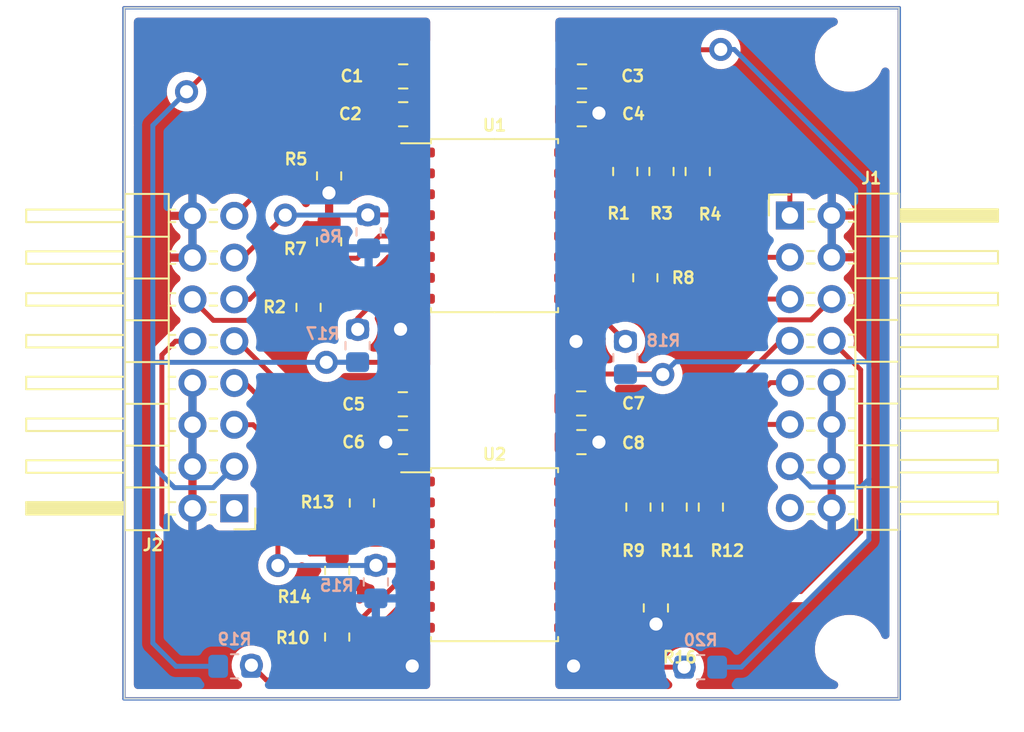
<source format=kicad_pcb>
(kicad_pcb (version 20211014) (generator pcbnew)
  (layers (0 "F.Cu" signal) (31 "B.Cu" signal) (34 "B.Paste" user) (35 "F.Paste" user) (36 "B.SilkS" user "B.Silkscreen") (37 "F.SilkS" user "F.Silkscreen") (38 "B.Mask" user) (39 "F.Mask" user) (44 "Edge.Cuts" user))
  (net 0 "")
  (net 1 "/TX1_B")
  (net 2 "/TX2_B")
  (net 3 "/TX3_B")
  (net 4 "/RX1_B")
  (net 5 "/TX4_B")
  (net 6 "/RX2_B")
  (net 7 "/TX5_B")
  (net 8 "/TX6_B")
  (net 11 "/RX6_A")
  (net 12 "/RX5_A")
  (net 13 "/RX4_A")
  (net 14 "/TX2_A")
  (net 15 "/RX3_A")
  (net 16 "/TX1_A")
  (net 17 "/RX2_A")
  (net 18 "/RX1_A")
  (net 19 "/adum241x/TX1_B'")
  (net 20 "/adum241x/TX1_A'")
  (net 21 "/adum241x/TX2_B'")
  (net 22 "/adum241x/TX3_B'")
  (net 23 "/adum241x1/TX1_B'")
  (net 24 "/adum241x1/TX1_A'")
  (net 25 "/adum241x1/TX2_B'")
  (net 26 "/adum241x1/TX3_B'")
  (net 27 "Net-(R17-Pad1)")
  (net 28 "Net-(R18-Pad2)")
  (net 29 "Net-(R19-Pad1)")
  (net 30 "Net-(R20-Pad2)")
  (net 31 "VDDA")
  (net 32 "GNDA")
  (net 33 "VDDB")
  (net 34 "GNDB")
  (footprint "Resistor_SMD:R_0805_2012Metric_Pad1.20x1.40mm_HandSolder" (layer "F.Cu") (at 125.8 53.2 90)
    (fp_text reference "R11" (at -2.65 0.15 180) (layer "F.SilkS") (effects (font (size 0.7 0.7))))
    (fp_text value "47R")
    (pad "1" smd roundrect (at -1 0 90) (size 1.2 1.4) (layers "F.Cu" "F.Paste" "F.Mask") (roundrect_rratio 0.2083333333) (net 25 "/adum241x1/TX2_B'"))
    (pad "2" smd roundrect (at 1 0 90) (size 1.2 1.4) (layers "F.Cu" "F.Paste" "F.Mask") (roundrect_rratio 0.2083333333) (net 7 "/TX5_B"))
  )
  (footprint "Resistor_SMD:R_0805_2012Metric_Pad1.20x1.40mm_HandSolder" (layer "F.Cu") (at 124.02 39.26 -90)
    (fp_text reference "R8" (at 0 -2.3 180) (layer "F.SilkS") (effects (font (size 0.7 0.7))))
    (fp_text value "100k")
    (pad "1" smd roundrect (at -1 0 270) (size 1.2 1.4) (layers "F.Cu" "F.Paste" "F.Mask") (roundrect_rratio 0.2083333333) (net 4 "/RX1_B"))
    (pad "2" smd roundrect (at 1 0 270) (size 1.2 1.4) (layers "F.Cu" "F.Paste" "F.Mask") (roundrect_rratio 0.2083333333) (net 34 "GNDB"))
  )
  (footprint "MountingHole:MountingHole_3.2mm_M3" (layer "F.Cu") (at 136.42 25.85)
    (fp_text reference "H1" hide)
    (fp_text value "MountingHole")
    (pad "" np_thru_hole circle (at 0 0) (size 3.2 3.2) (drill 3.2) (layers *.Cu *.Mask))
  )
  (footprint "Resistor_SMD:R_0805_2012Metric_Pad1.20x1.40mm_HandSolder" (layer "F.Cu") (at 103.56 41.06 -90)
    (fp_text reference "R2" (at -0.02 2.06 180) (layer "F.SilkS") (effects (font (size 0.7 0.7))))
    (fp_text value "47R")
    (pad "1" smd roundrect (at -1 0 270) (size 1.2 1.4) (layers "F.Cu" "F.Paste" "F.Mask") (roundrect_rratio 0.2083333333) (net 20 "/adum241x/TX1_A'"))
    (pad "2" smd roundrect (at 1 0 270) (size 1.2 1.4) (layers "F.Cu" "F.Paste" "F.Mask") (roundrect_rratio 0.2083333333) (net 16 "/TX1_A"))
  )
  (footprint "Resistor_SMD:R_0805_2012Metric_Pad1.20x1.40mm_HandSolder" (layer "F.Cu") (at 104.81 37.07 90)
    (fp_text reference "R7" (at -0.43 -2.06 180) (layer "F.SilkS") (effects (font (size 0.7 0.7))))
    (fp_text value "100k")
    (pad "1" smd roundrect (at -1 0 90) (size 1.2 1.4) (layers "F.Cu" "F.Paste" "F.Mask") (roundrect_rratio 0.2083333333) (net 15 "/RX3_A"))
    (pad "2" smd roundrect (at 1 0 90) (size 1.2 1.4) (layers "F.Cu" "F.Paste" "F.Mask") (roundrect_rratio 0.2083333333) (net 32 "GNDA"))
  )
  (footprint "Resistor_SMD:R_0805_2012Metric_Pad1.20x1.40mm_HandSolder" (layer "F.Cu") (at 122.8 32.8 90)
    (fp_text reference "R1" (at -2.55 -0.4 180) (layer "F.SilkS") (effects (font (size 0.7 0.7))))
    (fp_text value "47R")
    (pad "1" smd roundrect (at -1 0 90) (size 1.2 1.4) (layers "F.Cu" "F.Paste" "F.Mask") (roundrect_rratio 0.2083333333) (net 19 "/adum241x/TX1_B'"))
    (pad "2" smd roundrect (at 1 0 90) (size 1.2 1.4) (layers "F.Cu" "F.Paste" "F.Mask") (roundrect_rratio 0.2083333333) (net 1 "/TX1_B"))
  )
  (footprint "Capacitor_SMD:C_0805_2012Metric_Pad1.18x1.45mm_HandSolder" (layer "F.Cu") (at 120.1725 27.02)
    (fp_text reference "C3" (at 3.0775 -0.02) (layer "F.SilkS") (effects (font (size 0.7 0.7))))
    (fp_text value "1uF")
    (pad "1" smd roundrect (at -1.0375 0) (size 1.175 1.45) (layers "F.Cu" "F.Paste" "F.Mask") (roundrect_rratio 0.2127659574) (net 33 "VDDB"))
    (pad "2" smd roundrect (at 1.0375 0) (size 1.175 1.45) (layers "F.Cu" "F.Paste" "F.Mask") (roundrect_rratio 0.2127659574) (net 34 "GNDB"))
  )
  (footprint "Connector_PinHeader_2.54mm:PinHeader_2x08_P2.54mm_Horizontal" (layer "F.Cu") (at 99.05 53.275 180)
    (fp_text reference "J2" (at 4.95 -2.225) (layer "F.SilkS") (effects (font (size 0.7 0.7))))
    (fp_text value "Conn_02x08_Odd_Even")
    (pad "1" thru_hole rect (at 0 0 180) (size 1.7 1.7) (drill 1) (layers *.Cu *.Mask))
    (pad "2" thru_hole oval (at 2.54 0 180) (size 1.7 1.7) (drill 1) (layers *.Cu *.Mask) (net 32 "GNDA"))
    (pad "3" thru_hole oval (at 0 2.54 180) (size 1.7 1.7) (drill 1) (layers *.Cu *.Mask) (net 31 "VDDA"))
    (pad "4" thru_hole oval (at 2.54 2.54 180) (size 1.7 1.7) (drill 1) (layers *.Cu *.Mask) (net 32 "GNDA"))
    (pad "5" thru_hole oval (at 0 5.08 180) (size 1.7 1.7) (drill 1) (layers *.Cu *.Mask) (net 11 "/RX6_A"))
    (pad "6" thru_hole oval (at 2.54 5.08 180) (size 1.7 1.7) (drill 1) (layers *.Cu *.Mask) (net 32 "GNDA"))
    (pad "7" thru_hole oval (at 0 7.62 180) (size 1.7 1.7) (drill 1) (layers *.Cu *.Mask) (net 12 "/RX5_A"))
    (pad "8" thru_hole oval (at 2.54 7.62 180) (size 1.7 1.7) (drill 1) (layers *.Cu *.Mask) (net 32 "GNDA"))
    (pad "9" thru_hole oval (at 0 10.16 180) (size 1.7 1.7) (drill 1) (layers *.Cu *.Mask) (net 13 "/RX4_A"))
    (pad "10" thru_hole oval (at 2.54 10.16 180) (size 1.7 1.7) (drill 1) (layers *.Cu *.Mask) (net 14 "/TX2_A"))
    (pad "11" thru_hole oval (at 0 12.7 180) (size 1.7 1.7) (drill 1) (layers *.Cu *.Mask) (net 15 "/RX3_A"))
    (pad "12" thru_hole oval (at 2.54 12.7 180) (size 1.7 1.7) (drill 1) (layers *.Cu *.Mask) (net 16 "/TX1_A"))
    (pad "13" thru_hole oval (at 0 15.24 180) (size 1.7 1.7) (drill 1) (layers *.Cu *.Mask) (net 17 "/RX2_A"))
    (pad "14" thru_hole oval (at 2.54 15.24 180) (size 1.7 1.7) (drill 1) (layers *.Cu *.Mask) (net 32 "GNDA"))
    (pad "15" thru_hole oval (at 0 17.78 180) (size 1.7 1.7) (drill 1) (layers *.Cu *.Mask) (net 18 "/RX1_A"))
    (pad "16" thru_hole oval (at 2.54 17.78 180) (size 1.7 1.7) (drill 1) (layers *.Cu *.Mask) (net 32 "GNDA"))
  )
  (footprint "Package_SO:SOIC-16W_7.5x10.3mm_P1.27mm" (layer "F.Cu") (at 114.86 56.09)
    (fp_text reference "U2" (at 0 -6.1) (layer "F.SilkS") (effects (font (size 0.7 0.7))))
    (fp_text value "ADuM1401xRW")
    (pad "1" smd roundrect (at -4.65 -4.445) (size 2.05 0.6) (layers "F.Cu" "F.Paste" "F.Mask") (net 31 "VDDA"))
    (pad "2" smd roundrect (at -4.65 -3.175) (size 2.05 0.6) (layers "F.Cu" "F.Paste" "F.Mask") (net 32 "GNDA"))
    (pad "3" smd roundrect (at -4.65 -1.905) (size 2.05 0.6) (layers "F.Cu" "F.Paste" "F.Mask") (net 13 "/RX4_A"))
    (pad "4" smd roundrect (at -4.65 -0.635) (size 2.05 0.6) (layers "F.Cu" "F.Paste" "F.Mask") (net 12 "/RX5_A"))
    (pad "5" smd roundrect (at -4.65 0.635) (size 2.05 0.6) (layers "F.Cu" "F.Paste" "F.Mask") (net 11 "/RX6_A"))
    (pad "6" smd roundrect (at -4.65 1.905) (size 2.05 0.6) (layers "F.Cu" "F.Paste" "F.Mask") (net 24 "/adum241x1/TX1_A'"))
    (pad "7" smd roundrect (at -4.65 3.175) (size 2.05 0.6) (layers "F.Cu" "F.Paste" "F.Mask") (net 29 "Net-(R19-Pad1)"))
    (pad "8" smd roundrect (at -4.65 4.445) (size 2.05 0.6) (layers "F.Cu" "F.Paste" "F.Mask") (net 32 "GNDA"))
    (pad "9" smd roundrect (at 4.65 4.445) (size 2.05 0.6) (layers "F.Cu" "F.Paste" "F.Mask") (net 34 "GNDB"))
    (pad "10" smd roundrect (at 4.65 3.175) (size 2.05 0.6) (layers "F.Cu" "F.Paste" "F.Mask") (net 30 "Net-(R20-Pad2)"))
    (pad "11" smd roundrect (at 4.65 1.905) (size 2.05 0.6) (layers "F.Cu" "F.Paste" "F.Mask") (net 6 "/RX2_B"))
    (pad "12" smd roundrect (at 4.65 0.635) (size 2.05 0.6) (layers "F.Cu" "F.Paste" "F.Mask") (net 26 "/adum241x1/TX3_B'"))
    (pad "13" smd roundrect (at 4.65 -0.635) (size 2.05 0.6) (layers "F.Cu" "F.Paste" "F.Mask") (net 25 "/adum241x1/TX2_B'"))
    (pad "14" smd roundrect (at 4.65 -1.905) (size 2.05 0.6) (layers "F.Cu" "F.Paste" "F.Mask") (net 23 "/adum241x1/TX1_B'"))
    (pad "15" smd roundrect (at 4.65 -3.175) (size 2.05 0.6) (layers "F.Cu" "F.Paste" "F.Mask") (net 34 "GNDB"))
    (pad "16" smd roundrect (at 4.65 -4.445) (size 2.05 0.6) (layers "F.Cu" "F.Paste" "F.Mask") (net 33 "VDDB"))
  )
  (footprint "Capacitor_SMD:C_0805_2012Metric_Pad1.18x1.45mm_HandSolder" (layer "F.Cu") (at 109.2875 46.95 180)
    (fp_text reference "C5" (at 2.9875 0) (layer "F.SilkS") (effects (font (size 0.7 0.7))))
    (fp_text value "1uF")
    (pad "1" smd roundrect (at -1.0375 0 180) (size 1.175 1.45) (layers "F.Cu" "F.Paste" "F.Mask") (roundrect_rratio 0.2127659574) (net 31 "VDDA"))
    (pad "2" smd roundrect (at 1.0375 0 180) (size 1.175 1.45) (layers "F.Cu" "F.Paste" "F.Mask") (roundrect_rratio 0.2127659574) (net 32 "GNDA"))
  )
  (footprint "Capacitor_SMD:C_0805_2012Metric_Pad1.18x1.45mm_HandSolder" (layer "F.Cu") (at 109.31 27.02 180)
    (fp_text reference "C1" (at 3.11 0.02) (layer "F.SilkS") (effects (font (size 0.7 0.7))))
    (fp_text value "1uF")
    (pad "1" smd roundrect (at -1.0375 0 180) (size 1.175 1.45) (layers "F.Cu" "F.Paste" "F.Mask") (roundrect_rratio 0.2127659574) (net 31 "VDDA"))
    (pad "2" smd roundrect (at 1.0375 0 180) (size 1.175 1.45) (layers "F.Cu" "F.Paste" "F.Mask") (roundrect_rratio 0.2127659574) (net 32 "GNDA"))
  )
  (footprint "Resistor_SMD:R_0805_2012Metric_Pad1.20x1.40mm_HandSolder" (layer "F.Cu") (at 124.66 59.33 -90)
    (fp_text reference "R16" (at 3 -1.45 180) (layer "F.SilkS") (effects (font (size 0.7 0.7))))
    (fp_text value "100k")
    (pad "1" smd roundrect (at -1 0 270) (size 1.2 1.4) (layers "F.Cu" "F.Paste" "F.Mask") (roundrect_rratio 0.2083333333) (net 6 "/RX2_B"))
    (pad "2" smd roundrect (at 1 0 270) (size 1.2 1.4) (layers "F.Cu" "F.Paste" "F.Mask") (roundrect_rratio 0.2083333333) (net 34 "GNDB"))
  )
  (footprint "Resistor_SMD:R_0805_2012Metric_Pad1.20x1.40mm_HandSolder" (layer "F.Cu") (at 105.3 57.05 -90)
    (fp_text reference "R14" (at 1.6 2.6 180) (layer "F.SilkS") (effects (font (size 0.7 0.7))))
    (fp_text value "100k")
    (pad "1" smd roundrect (at -1 0 270) (size 1.2 1.4) (layers "F.Cu" "F.Paste" "F.Mask") (roundrect_rratio 0.2083333333) (net 12 "/RX5_A"))
    (pad "2" smd roundrect (at 1 0 270) (size 1.2 1.4) (layers "F.Cu" "F.Paste" "F.Mask") (roundrect_rratio 0.2083333333) (net 32 "GNDA"))
  )
  (footprint "Resistor_SMD:R_0805_2012Metric_Pad1.20x1.40mm_HandSolder" (layer "F.Cu") (at 125 32.8 90)
    (fp_text reference "R3" (at -2.55 0 180) (layer "F.SilkS") (effects (font (size 0.7 0.7))))
    (fp_text value "47R")
    (pad "1" smd roundrect (at -1 0 90) (size 1.2 1.4) (layers "F.Cu" "F.Paste" "F.Mask") (roundrect_rratio 0.2083333333) (net 21 "/adum241x/TX2_B'"))
    (pad "2" smd roundrect (at 1 0 90) (size 1.2 1.4) (layers "F.Cu" "F.Paste" "F.Mask") (roundrect_rratio 0.2083333333) (net 2 "/TX2_B"))
  )
  (footprint "MountingHole:MountingHole_3.2mm_M3" (layer "F.Cu") (at 136.42 61.85)
    (fp_text reference "H2" hide)
    (fp_text value "MountingHole")
    (pad "" np_thru_hole circle (at 0 0) (size 3.2 3.2) (drill 3.2) (layers *.Cu *.Mask))
  )
  (footprint "Package_SO:SOIC-16W_7.5x10.3mm_P1.27mm" (layer "F.Cu") (at 114.86 36.09)
    (fp_text reference "U1" (at 0 -6.1) (layer "F.SilkS") (effects (font (size 0.7 0.7))))
    (fp_text value "ADuM1401xRW")
    (pad "1" smd roundrect (at -4.65 -4.445) (size 2.05 0.6) (layers "F.Cu" "F.Paste" "F.Mask") (net 31 "VDDA"))
    (pad "2" smd roundrect (at -4.65 -3.175) (size 2.05 0.6) (layers "F.Cu" "F.Paste" "F.Mask") (net 32 "GNDA"))
    (pad "3" smd roundrect (at -4.65 -1.905) (size 2.05 0.6) (layers "F.Cu" "F.Paste" "F.Mask") (net 18 "/RX1_A"))
    (pad "4" smd roundrect (at -4.65 -0.635) (size 2.05 0.6) (layers "F.Cu" "F.Paste" "F.Mask") (net 17 "/RX2_A"))
    (pad "5" smd roundrect (at -4.65 0.635) (size 2.05 0.6) (layers "F.Cu" "F.Paste" "F.Mask") (net 15 "/RX3_A"))
    (pad "6" smd roundrect (at -4.65 1.905) (size 2.05 0.6) (layers "F.Cu" "F.Paste" "F.Mask") (net 20 "/adum241x/TX1_A'"))
    (pad "7" smd roundrect (at -4.65 3.175) (size 2.05 0.6) (layers "F.Cu" "F.Paste" "F.Mask") (net 27 "Net-(R17-Pad1)"))
    (pad "8" smd roundrect (at -4.65 4.445) (size 2.05 0.6) (layers "F.Cu" "F.Paste" "F.Mask") (net 32 "GNDA"))
    (pad "9" smd roundrect (at 4.65 4.445) (size 2.05 0.6) (layers "F.Cu" "F.Paste" "F.Mask") (net 34 "GNDB"))
    (pad "10" smd roundrect (at 4.65 3.175) (size 2.05 0.6) (layers "F.Cu" "F.Paste" "F.Mask") (net 28 "Net-(R18-Pad2)"))
    (pad "11" smd roundrect (at 4.65 1.905) (size 2.05 0.6) (layers "F.Cu" "F.Paste" "F.Mask") (net 4 "/RX1_B"))
    (pad "12" smd roundrect (at 4.65 0.635) (size 2.05 0.6) (layers "F.Cu" "F.Paste" "F.Mask") (net 22 "/adum241x/TX3_B'"))
    (pad "13" smd roundrect (at 4.65 -0.635) (size 2.05 0.6) (layers "F.Cu" "F.Paste" "F.Mask") (net 21 "/adum241x/TX2_B'"))
    (pad "14" smd roundrect (at 4.65 -1.905) (size 2.05 0.6) (layers "F.Cu" "F.Paste" "F.Mask") (net 19 "/adum241x/TX1_B'"))
    (pad "15" smd roundrect (at 4.65 -3.175) (size 2.05 0.6) (layers "F.Cu" "F.Paste" "F.Mask") (net 34 "GNDB"))
    (pad "16" smd roundrect (at 4.65 -4.445) (size 2.05 0.6) (layers "F.Cu" "F.Paste" "F.Mask") (net 33 "VDDB"))
  )
  (footprint "Resistor_SMD:R_0805_2012Metric_Pad1.20x1.40mm_HandSolder" (layer "F.Cu") (at 127.2 32.8 90)
    (fp_text reference "R4" (at -2.6 0.75 180) (layer "F.SilkS") (effects (font (size 0.7 0.7))))
    (fp_text value "47R")
    (pad "1" smd roundrect (at -1 0 90) (size 1.2 1.4) (layers "F.Cu" "F.Paste" "F.Mask") (roundrect_rratio 0.2083333333) (net 22 "/adum241x/TX3_B'"))
    (pad "2" smd roundrect (at 1 0 90) (size 1.2 1.4) (layers "F.Cu" "F.Paste" "F.Mask") (roundrect_rratio 0.2083333333) (net 3 "/TX3_B"))
  )
  (footprint "Resistor_SMD:R_0805_2012Metric_Pad1.20x1.40mm_HandSolder" (layer "F.Cu") (at 106.8 52.95 90)
    (fp_text reference "R13" (at 0.05 -2.7 180) (layer "F.SilkS") (effects (font (size 0.7 0.7))))
    (fp_text value "100k")
    (pad "1" smd roundrect (at -1 0 90) (size 1.2 1.4) (layers "F.Cu" "F.Paste" "F.Mask") (roundrect_rratio 0.2083333333) (net 13 "/RX4_A"))
    (pad "2" smd roundrect (at 1 0 90) (size 1.2 1.4) (layers "F.Cu" "F.Paste" "F.Mask") (roundrect_rratio 0.2083333333) (net 32 "GNDA"))
  )
  (footprint "Capacitor_SMD:C_0805_2012Metric_Pad1.18x1.45mm_HandSolder" (layer "F.Cu") (at 109.31 29.32 180)
    (fp_text reference "C2" (at 3.21 0.02) (layer "F.SilkS") (effects (font (size 0.7 0.7))))
    (fp_text value "100nF")
    (pad "1" smd roundrect (at -1.0375 0 180) (size 1.175 1.45) (layers "F.Cu" "F.Paste" "F.Mask") (roundrect_rratio 0.2127659574) (net 31 "VDDA"))
    (pad "2" smd roundrect (at 1.0375 0 180) (size 1.175 1.45) (layers "F.Cu" "F.Paste" "F.Mask") (roundrect_rratio 0.2127659574) (net 32 "GNDA"))
  )
  (footprint "Connector_PinHeader_2.54mm:PinHeader_2x08_P2.54mm_Horizontal" (layer "F.Cu") (at 132.8 35.475)
    (fp_text reference "J1" (at 4.95 -2.27) (layer "F.SilkS") (effects (font (size 0.7 0.7))))
    (fp_text value "Conn_02x08_Odd_Even")
    (pad "1" thru_hole rect (at 0 0) (size 1.7 1.7) (drill 1) (layers *.Cu *.Mask) (net 1 "/TX1_B"))
    (pad "2" thru_hole oval (at 2.54 0) (size 1.7 1.7) (drill 1) (layers *.Cu *.Mask) (net 34 "GNDB"))
    (pad "3" thru_hole oval (at 0 2.54) (size 1.7 1.7) (drill 1) (layers *.Cu *.Mask) (net 2 "/TX2_B"))
    (pad "4" thru_hole oval (at 2.54 2.54) (size 1.7 1.7) (drill 1) (layers *.Cu *.Mask) (net 34 "GNDB"))
    (pad "5" thru_hole oval (at 0 5.08) (size 1.7 1.7) (drill 1) (layers *.Cu *.Mask) (net 3 "/TX3_B"))
    (pad "6" thru_hole oval (at 2.54 5.08) (size 1.7 1.7) (drill 1) (layers *.Cu *.Mask) (net 4 "/RX1_B"))
    (pad "7" thru_hole oval (at 0 7.62) (size 1.7 1.7) (drill 1) (layers *.Cu *.Mask) (net 5 "/TX4_B"))
    (pad "8" thru_hole oval (at 2.54 7.62) (size 1.7 1.7) (drill 1) (layers *.Cu *.Mask) (net 6 "/RX2_B"))
    (pad "9" thru_hole oval (at 0 10.16) (size 1.7 1.7) (drill 1) (layers *.Cu *.Mask) (net 7 "/TX5_B"))
    (pad "10" thru_hole oval (at 2.54 10.16) (size 1.7 1.7) (drill 1) (layers *.Cu *.Mask) (net 34 "GNDB"))
    (pad "11" thru_hole oval (at 0 12.7) (size 1.7 1.7) (drill 1) (layers *.Cu *.Mask) (net 8 "/TX6_B"))
    (pad "12" thru_hole oval (at 2.54 12.7) (size 1.7 1.7) (drill 1) (layers *.Cu *.Mask) (net 34 "GNDB"))
    (pad "13" thru_hole oval (at 0 15.24) (size 1.7 1.7) (drill 1) (layers *.Cu *.Mask) (net 33 "VDDB"))
    (pad "14" thru_hole oval (at 2.54 15.24) (size 1.7 1.7) (drill 1) (layers *.Cu *.Mask) (net 34 "GNDB"))
    (pad "15" thru_hole oval (at 0 17.78) (size 1.7 1.7) (drill 1) (layers *.Cu *.Mask))
    (pad "16" thru_hole oval (at 2.54 17.78) (size 1.7 1.7) (drill 1) (layers *.Cu *.Mask) (net 34 "GNDB"))
  )
  (footprint "Resistor_SMD:R_0805_2012Metric_Pad1.20x1.40mm_HandSolder" (layer "F.Cu") (at 123.6 53.2 90)
    (fp_text reference "R9" (at -2.65 -0.3 180) (layer "F.SilkS") (effects (font (size 0.7 0.7))))
    (fp_text value "47R")
    (pad "1" smd roundrect (at -1 0 90) (size 1.2 1.4) (layers "F.Cu" "F.Paste" "F.Mask") (roundrect_rratio 0.2083333333) (net 23 "/adum241x1/TX1_B'"))
    (pad "2" smd roundrect (at 1 0 90) (size 1.2 1.4) (layers "F.Cu" "F.Paste" "F.Mask") (roundrect_rratio 0.2083333333) (net 5 "/TX4_B"))
  )
  (footprint "Capacitor_SMD:C_0805_2012Metric_Pad1.18x1.45mm_HandSolder" (layer "F.Cu") (at 120.16 29.32)
    (fp_text reference "C4" (at 3.14 -0.02) (layer "F.SilkS") (effects (font (size 0.7 0.7))))
    (fp_text value "100nF")
    (pad "1" smd roundrect (at -1.0375 0) (size 1.175 1.45) (layers "F.Cu" "F.Paste" "F.Mask") (roundrect_rratio 0.2127659574) (net 33 "VDDB"))
    (pad "2" smd roundrect (at 1.0375 0) (size 1.175 1.45) (layers "F.Cu" "F.Paste" "F.Mask") (roundrect_rratio 0.2127659574) (net 34 "GNDB"))
  )
  (footprint "Capacitor_SMD:C_0805_2012Metric_Pad1.18x1.45mm_HandSolder" (layer "F.Cu") (at 120.125 46.9)
    (fp_text reference "C7" (at 3.175 0) (layer "F.SilkS") (effects (font (size 0.7 0.7))))
    (fp_text value "1uF")
    (pad "1" smd roundrect (at -1.0375 0) (size 1.175 1.45) (layers "F.Cu" "F.Paste" "F.Mask") (roundrect_rratio 0.2127659574) (net 33 "VDDB"))
    (pad "2" smd roundrect (at 1.0375 0) (size 1.175 1.45) (layers "F.Cu" "F.Paste" "F.Mask") (roundrect_rratio 0.2127659574) (net 34 "GNDB"))
  )
  (footprint "Resistor_SMD:R_0805_2012Metric_Pad1.20x1.40mm_HandSolder" (layer "F.Cu") (at 104.81 33.07 -90)
    (fp_text reference "R5" (at -1.02 2.01 180) (layer "F.SilkS") (effects (font (size 0.7 0.7))))
    (fp_text value "100k")
    (pad "1" smd roundrect (at -1 0 270) (size 1.2 1.4) (layers "F.Cu" "F.Paste" "F.Mask") (roundrect_rratio 0.2083333333) (net 18 "/RX1_A"))
    (pad "2" smd roundrect (at 1 0 270) (size 1.2 1.4) (layers "F.Cu" "F.Paste" "F.Mask") (roundrect_rratio 0.2083333333) (net 32 "GNDA"))
  )
  (footprint "Resistor_SMD:R_0805_2012Metric_Pad1.20x1.40mm_HandSolder" (layer "F.Cu") (at 128 53.2 90)
    (fp_text reference "R12" (at -2.65 1 180) (layer "F.SilkS") (effects (font (size 0.7 0.7))))
    (fp_text value "47R")
    (pad "1" smd roundrect (at -1 0 90) (size 1.2 1.4) (layers "F.Cu" "F.Paste" "F.Mask") (roundrect_rratio 0.2083333333) (net 26 "/adum241x1/TX3_B'"))
    (pad "2" smd roundrect (at 1 0 90) (size 1.2 1.4) (layers "F.Cu" "F.Paste" "F.Mask") (roundrect_rratio 0.2083333333) (net 8 "/TX6_B"))
  )
  (footprint "Capacitor_SMD:C_0805_2012Metric_Pad1.18x1.45mm_HandSolder" (layer "F.Cu") (at 109.3 49.25 180)
    (fp_text reference "C6" (at 3 0) (layer "F.SilkS") (effects (font (size 0.7 0.7))))
    (fp_text value "100nF")
    (pad "1" smd roundrect (at -1.0375 0 180) (size 1.175 1.45) (layers "F.Cu" "F.Paste" "F.Mask") (roundrect_rratio 0.2127659574) (net 31 "VDDA"))
    (pad "2" smd roundrect (at 1.0375 0 180) (size 1.175 1.45) (layers "F.Cu" "F.Paste" "F.Mask") (roundrect_rratio 0.2127659574) (net 32 "GNDA"))
  )
  (footprint "Resistor_SMD:R_0805_2012Metric_Pad1.20x1.40mm_HandSolder" (layer "F.Cu") (at 105.3 61.1 -90)
    (fp_text reference "R10" (at 0.05 2.7 180) (layer "F.SilkS") (effects (font (size 0.7 0.7))))
    (fp_text value "47R")
    (pad "1" smd roundrect (at -1 0 270) (size 1.2 1.4) (layers "F.Cu" "F.Paste" "F.Mask") (roundrect_rratio 0.2083333333) (net 24 "/adum241x1/TX1_A'"))
    (pad "2" smd roundrect (at 1 0 270) (size 1.2 1.4) (layers "F.Cu" "F.Paste" "F.Mask") (roundrect_rratio 0.2083333333) (net 14 "/TX2_A"))
  )
  (footprint "Capacitor_SMD:C_0805_2012Metric_Pad1.18x1.45mm_HandSolder" (layer "F.Cu") (at 120.1375 49.25)
    (fp_text reference "C8" (at 3.1625 0.05) (layer "F.SilkS") (effects (font (size 0.7 0.7))))
    (fp_text value "100nF")
    (pad "1" smd roundrect (at -1.0375 0) (size 1.175 1.45) (layers "F.Cu" "F.Paste" "F.Mask") (roundrect_rratio 0.2127659574) (net 33 "VDDB"))
    (pad "2" smd roundrect (at 1.0375 0) (size 1.175 1.45) (layers "F.Cu" "F.Paste" "F.Mask") (roundrect_rratio 0.2127659574) (net 34 "GNDB"))
  )
  (footprint "Resistor_SMD:R_0805_2012Metric_Pad1.20x1.40mm_HandSolder" (layer "B.Cu") (at 122.81 44.12 90)
    (fp_text reference "R18" (at 1.04 2.31 180) (layer "B.SilkS") (effects (font (size 0.7 0.7)) (justify mirror)))
    (fp_text value "100k")
    (pad "1" smd roundrect (at -1 0 90) (size 1.2 1.4) (layers "B.Cu" "B.Paste" "B.Mask") (roundrect_rratio 0.2083333333) (net 33 "VDDB"))
    (pad "2" smd roundrect (at 1 0 90) (size 1.2 1.4) (layers "B.Cu" "B.Paste" "B.Mask") (roundrect_rratio 0.2083333333) (net 28 "Net-(R18-Pad2)"))
  )
  (footprint "Resistor_SMD:R_0805_2012Metric_Pad1.20x1.40mm_HandSolder" (layer "B.Cu") (at 107.65 57.75 -90)
    (fp_text reference "R15" (at 0.22 2.37 180) (layer "B.SilkS") (effects (font (size 0.7 0.7)) (justify mirror)))
    (fp_text value "100k")
    (pad "1" smd roundrect (at -1 0 270) (size 1.2 1.4) (layers "B.Cu" "B.Paste" "B.Mask") (roundrect_rratio 0.2083333333) (net 11 "/RX6_A"))
    (pad "2" smd roundrect (at 1 0 270) (size 1.2 1.4) (layers "B.Cu" "B.Paste" "B.Mask") (roundrect_rratio 0.2083333333) (net 32 "GNDA"))
  )
  (footprint "Resistor_SMD:R_0805_2012Metric_Pad1.20x1.40mm_HandSolder" (layer "B.Cu") (at 106.54 43.39 -90)
    (fp_text reference "R17" (at -0.73 2.12 180) (layer "B.SilkS") (effects (font (size 0.7 0.7)) (justify mirror)))
    (fp_text value "100k")
    (pad "1" smd roundrect (at -1 0 270) (size 1.2 1.4) (layers "B.Cu" "B.Paste" "B.Mask") (roundrect_rratio 0.2083333333) (net 27 "Net-(R17-Pad1)"))
    (pad "2" smd roundrect (at 1 0 270) (size 1.2 1.4) (layers "B.Cu" "B.Paste" "B.Mask") (roundrect_rratio 0.2083333333) (net 31 "VDDA"))
  )
  (footprint "Resistor_SMD:R_0805_2012Metric_Pad1.20x1.40mm_HandSolder" (layer "B.Cu") (at 99.07 62.88 180)
    (fp_text reference "R19" (at 0 1.65) (layer "B.SilkS") (effects (font (size 0.7 0.7)) (justify mirror)))
    (fp_text value "100k")
    (pad "1" smd roundrect (at -1 0 180) (size 1.2 1.4) (layers "B.Cu" "B.Paste" "B.Mask") (roundrect_rratio 0.2083333333) (net 29 "Net-(R19-Pad1)"))
    (pad "2" smd roundrect (at 1 0 180) (size 1.2 1.4) (layers "B.Cu" "B.Paste" "B.Mask") (roundrect_rratio 0.2083333333) (net 31 "VDDA"))
  )
  (footprint "Resistor_SMD:R_0805_2012Metric_Pad1.20x1.40mm_HandSolder" (layer "B.Cu") (at 127.38 62.93 180)
    (fp_text reference "R20" (at 0 1.65) (layer "B.SilkS") (effects (font (size 0.7 0.7)) (justify mirror)))
    (fp_text value "100k")
    (pad "1" smd roundrect (at -1 0 180) (size 1.2 1.4) (layers "B.Cu" "B.Paste" "B.Mask") (roundrect_rratio 0.2083333333) (net 33 "VDDB"))
    (pad "2" smd roundrect (at 1 0 180) (size 1.2 1.4) (layers "B.Cu" "B.Paste" "B.Mask") (roundrect_rratio 0.2083333333) (net 30 "Net-(R20-Pad2)"))
  )
  (footprint "Resistor_SMD:R_0805_2012Metric_Pad1.20x1.40mm_HandSolder" (layer "B.Cu") (at 107.21 36.47 -90)
    (fp_text reference "R6" (at 0.28 2.31 180) (layer "B.SilkS") (effects (font (size 0.7 0.7)) (justify mirror)))
    (fp_text value "100k")
    (pad "1" smd roundrect (at -1 0 270) (size 1.2 1.4) (layers "B.Cu" "B.Paste" "B.Mask") (roundrect_rratio 0.2083333333) (net 17 "/RX2_A"))
    (pad "2" smd roundrect (at 1 0 270) (size 1.2 1.4) (layers "B.Cu" "B.Paste" "B.Mask") (roundrect_rratio 0.2083333333) (net 32 "GNDA"))
  )
  (gr_line (start 139.45 64.86) (end 92.35 64.86) (layer "F.Cu") (width 0.2))
  (gr_line (start 92.35 64.86) (end 92.35 22.85) (layer "F.Cu") (width 0.2))
  (gr_line (start 139.45 22.85) (end 139.45 64.86) (layer "F.Cu") (width 0.2))
  (gr_line (start 92.35 22.85) (end 139.45 22.85) (layer "F.Cu") (width 0.2))
  (gr_line (start 139.45 64.86) (end 92.35 64.86) (layer "B.Cu") (width 0.2))
  (gr_line (start 92.35 22.85) (end 139.45 22.85) (layer "B.Cu") (width 0.2))
  (gr_line (start 92.35 64.86) (end 92.35 22.85) (layer "B.Cu") (width 0.2))
  (gr_line (start 139.45 22.85) (end 139.45 64.86) (layer "B.Cu") (width 0.2))
  (gr_rect (start 92.375 22.85) (end 139.425 64.85) (layer "Edge.Cuts") (width 0.1) (fill none))
  (segment (start 132.8 35.475) (end 132.8 31.3) (width 0.3) (layer "F.Cu") (net 1))
  (segment (start 122.8 30.45) (end 122.8 31.8) (width 0.3) (layer "F.Cu") (net 1))
  (segment (start 124.4 28.85) (end 122.8 30.45) (width 0.3) (layer "F.Cu") (net 1))
  (segment (start 132.8 31.3) (end 130.35 28.85) (width 0.3) (layer "F.Cu") (net 1))
  (segment (start 130.35 28.85) (end 124.4 28.85) (width 0.3) (layer "F.Cu") (net 1))
  (segment (start 130.6 31.4) (end 129.2 30) (width 0.3) (layer "F.Cu") (net 2))
  (segment (start 129.2 30) (end 125.6 30) (width 0.3) (layer "F.Cu") (net 2))
  (segment (start 132.8 38.015) (end 131.415 38.015) (width 0.3) (layer "F.Cu") (net 2))
  (segment (start 130.6 37.2) (end 130.6 31.4) (width 0.3) (layer "F.Cu") (net 2))
  (segment (start 125 30.6) (end 125 31.8) (width 0.3) (layer "F.Cu") (net 2))
  (segment (start 131.415 38.015) (end 130.6 37.2) (width 0.3) (layer "F.Cu") (net 2))
  (segment (start 125.6 30) (end 125 30.6) (width 0.3) (layer "F.Cu") (net 2))
  (segment (start 131.055 40.555) (end 129.2 38.7) (width 0.3) (layer "F.Cu") (net 3))
  (segment (start 132.8 40.555) (end 131.055 40.555) (width 0.3) (layer "F.Cu") (net 3))
  (segment (start 128.2 31.8) (end 127.2 31.8) (width 0.3) (layer "F.Cu") (net 3))
  (segment (start 129.2 38.7) (end 129.2 32.8) (width 0.3) (layer "F.Cu") (net 3))
  (segment (start 129.2 32.8) (end 128.2 31.8) (width 0.3) (layer "F.Cu") (net 3))
  (segment (start 126.72 38.27) (end 130.27 41.82) (width 0.3) (layer "F.Cu") (net 4))
  (segment (start 134.075 41.82) (end 135.34 40.555) (width 0.3) (layer "F.Cu") (net 4))
  (segment (start 130.27 41.82) (end 134.075 41.82) (width 0.3) (layer "F.Cu") (net 4))
  (segment (start 119.51 37.995) (end 123.755 37.995) (width 0.3) (layer "F.Cu") (net 4))
  (segment (start 124.02 38.26) (end 124.03 38.27) (width 0.3) (layer "F.Cu") (net 4))
  (segment (start 124.03 38.27) (end 126.72 38.27) (width 0.3) (layer "F.Cu") (net 4))
  (segment (start 123.755 37.995) (end 124.02 38.26) (width 0.3) (layer "F.Cu") (net 4))
  (segment (start 132.8 43.095) (end 132.245 43.095) (width 0.3) (layer "F.Cu") (net 5))
  (segment (start 123.6 51.74) (end 123.6 52.2) (width 0.3) (layer "F.Cu") (net 5))
  (segment (start 132.245 43.095) (end 123.6 51.74) (width 0.3) (layer "F.Cu") (net 5))
  (segment (start 137.1 44.855) (end 135.34 43.095) (width 0.3) (layer "F.Cu") (net 6))
  (segment (start 137.1 54.7) (end 137.1 44.855) (width 0.3) (layer "F.Cu") (net 6))
  (segment (start 124.325 57.995) (end 124.66 58.33) (width 0.3) (layer "F.Cu") (net 6))
  (segment (start 119.51 57.995) (end 124.325 57.995) (width 0.3) (layer "F.Cu") (net 6))
  (segment (start 133.47 58.33) (end 137.1 54.7) (width 0.3) (layer "F.Cu") (net 6))
  (segment (start 124.66 58.33) (end 133.47 58.33) (width 0.3) (layer "F.Cu") (net 6))
  (segment (start 131.625 45.635) (end 132.8 45.635) (width 0.3) (layer "F.Cu") (net 7))
  (segment (start 125.8 52.2) (end 125.8 51.46) (width 0.3) (layer "F.Cu") (net 7))
  (segment (start 125.8 51.46) (end 131.625 45.635) (width 0.3) (layer "F.Cu") (net 7))
  (segment (start 128 52.2) (end 128 51.35) (width 0.3) (layer "F.Cu") (net 8))
  (segment (start 131.175 48.175) (end 132.8 48.175) (width 0.3) (layer "F.Cu") (net 8))
  (segment (start 128 51.35) (end 131.175 48.175) (width 0.3) (layer "F.Cu") (net 8))
  (segment (start 110.195 56.74) (end 110.21 56.725) (width 0.3) (layer "F.Cu") (net 11))
  (segment (start 101.7 49.7) (end 101.7 56.75) (width 0.3) (layer "F.Cu") (net 11))
  (segment (start 107.66 56.74) (end 110.195 56.74) (width 0.3) (layer "F.Cu") (net 11))
  (segment (start 99.05 48.195) (end 100.195 48.195) (width 0.3) (layer "F.Cu") (net 11))
  (segment (start 100.195 48.195) (end 101.7 49.7) (width 0.3) (layer "F.Cu") (net 11))
  (via (at 101.7 56.75) (size 1.4) (drill 0.8) (layers "F.Cu" "B.Cu") (net 11))
  (via (at 107.66 56.74) (size 1.4) (drill 0.8) (layers "F.Cu" "B.Cu") (net 11))
  (segment (start 101.7 56.75) (end 107.65 56.75) (width 0.3) (layer "B.Cu") (net 11))
  (segment (start 107.65 56.75) (end 107.66 56.74) (width 0.3) (layer "B.Cu") (net 11))
  (segment (start 105.3 56.05) (end 105.895 55.455) (width 0.3) (layer "F.Cu") (net 12))
  (segment (start 103.2 55.6) (end 103.65 56.05) (width 0.3) (layer "F.Cu") (net 12))
  (segment (start 103.2 49.15) (end 103.2 55.6) (width 0.3) (layer "F.Cu") (net 12))
  (segment (start 103.65 56.05) (end 105.3 56.05) (width 0.3) (layer "F.Cu") (net 12))
  (segment (start 99.05 45.655) (end 99.705 45.655) (width 0.3) (layer "F.Cu") (net 12))
  (segment (start 99.705 45.655) (end 103.2 49.15) (width 0.3) (layer "F.Cu") (net 12))
  (segment (start 105.895 55.455) (end 110.21 55.455) (width 0.3) (layer "F.Cu") (net 12))
  (segment (start 105.6 53.95) (end 104.67 53.02) (width 0.3) (layer "F.Cu") (net 13))
  (segment (start 110.21 54.185) (end 107.035 54.185) (width 0.3) (layer "F.Cu") (net 13))
  (segment (start 99.275 43.115) (end 99.05 43.115) (width 0.3) (layer "F.Cu") (net 13))
  (segment (start 107.035 54.185) (end 106.8 53.95) (width 0.3) (layer "F.Cu") (net 13))
  (segment (start 104.67 48.51) (end 99.275 43.115) (width 0.3) (layer "F.Cu") (net 13))
  (segment (start 104.67 53.02) (end 104.67 48.51) (width 0.3) (layer "F.Cu") (net 13))
  (segment (start 107.3 53.95) (end 105.6 53.95) (width 0.3) (layer "F.Cu") (net 13))
  (segment (start 94.65 54.25) (end 102.5 62.1) (width 0.3) (layer "F.Cu") (net 14))
  (segment (start 95.485 43.115) (end 94.65 43.95) (width 0.3) (layer "F.Cu") (net 14))
  (segment (start 102.5 62.1) (end 105.3 62.1) (width 0.3) (layer "F.Cu") (net 14))
  (segment (start 96.51 43.115) (end 95.485 43.115) (width 0.3) (layer "F.Cu") (net 14))
  (segment (start 94.65 43.95) (end 94.65 54.25) (width 0.3) (layer "F.Cu") (net 14))
  (segment (start 107.875 36.725) (end 110.21 36.725) (width 0.3) (layer "F.Cu") (net 15))
  (segment (start 99.05 40.575) (end 99.975 40.575) (width 0.3) (layer "F.Cu") (net 15))
  (segment (start 102.48 38.07) (end 104.81 38.07) (width 0.3) (layer "F.Cu") (net 15))
  (segment (start 104.81 38.07) (end 106.53 38.07) (width 0.3) (layer "F.Cu") (net 15))
  (segment (start 99.975 40.575) (end 102.48 38.07) (width 0.3) (layer "F.Cu") (net 15))
  (segment (start 106.53 38.07) (end 107.875 36.725) (width 0.3) (layer "F.Cu") (net 15))
  (segment (start 96.51 40.575) (end 97.785 41.85) (width 0.3) (layer "F.Cu") (net 16))
  (segment (start 103.35 41.85) (end 103.56 42.06) (width 0.3) (layer "F.Cu") (net 16))
  (segment (start 97.785 41.85) (end 103.35 41.85) (width 0.3) (layer "F.Cu") (net 16))
  (segment (start 110.195 35.44) (end 110.21 35.455) (width 0.3) (layer "F.Cu") (net 17))
  (segment (start 99.05 38.035) (end 99.565 38.035) (width 0.3) (layer "F.Cu") (net 17))
  (segment (start 99.565 38.035) (end 102.15 35.45) (width 0.3) (layer "F.Cu") (net 17))
  (segment (start 107.16 35.44) (end 110.195 35.44) (width 0.3) (layer "F.Cu") (net 17))
  (via (at 102.15 35.45) (size 1.4) (drill 0.8) (layers "F.Cu" "B.Cu") (net 17))
  (via (at 107.16 35.44) (size 1.4) (drill 0.8) (layers "F.Cu" "B.Cu") (net 17))
  (segment (start 102.15 35.45) (end 107.15 35.45) (width 0.3) (layer "B.Cu") (net 17))
  (segment (start 107.15 35.45) (end 107.16 35.44) (width 0.3) (layer "B.Cu") (net 17))
  (segment (start 102.475 32.07) (end 104.81 32.07) (width 0.3) (layer "F.Cu") (net 18))
  (segment (start 106.41 32.04) (end 104.84 32.04) (width 0.3) (layer "F.Cu") (net 18))
  (segment (start 104.84 32.04) (end 104.81 32.07) (width 0.3) (layer "F.Cu") (net 18))
  (segment (start 108.555 34.185) (end 106.41 32.04) (width 0.3) (layer "F.Cu") (net 18))
  (segment (start 110.21 34.185) (end 108.555 34.185) (width 0.3) (layer "F.Cu") (net 18))
  (segment (start 99.05 35.495) (end 102.475 32.07) (width 0.3) (layer "F.Cu") (net 18))
  (segment (start 119.51 34.185) (end 122.415 34.185) (width 0.3) (layer "F.Cu") (net 19))
  (segment (start 122.415 34.185) (end 122.8 33.8) (width 0.3) (layer "F.Cu") (net 19))
  (segment (start 103.57 40.07) (end 103.56 40.06) (width 0.3) (layer "F.Cu") (net 20))
  (segment (start 106.33 40.07) (end 103.57 40.07) (width 0.3) (layer "F.Cu") (net 20))
  (segment (start 108.405 37.995) (end 110.21 37.995) (width 0.3) (layer "F.Cu") (net 20))
  (segment (start 106.33 40.07) (end 108.405 37.995) (width 0.3) (layer "F.Cu") (net 20))
  (segment (start 125 34.75) (end 125 33.8) (width 0.3) (layer "F.Cu") (net 21))
  (segment (start 124.295 35.455) (end 125 34.75) (width 0.3) (layer "F.Cu") (net 21))
  (segment (start 119.51 35.455) (end 124.295 35.455) (width 0.3) (layer "F.Cu") (net 21))
  (segment (start 125.33 36.8) (end 127.2 34.93) (width 0.3) (layer "F.Cu") (net 22))
  (segment (start 119.51 36.725) (end 119.585 36.8) (width 0.3) (layer "F.Cu") (net 22))
  (segment (start 119.585 36.8) (end 125.33 36.8) (width 0.3) (layer "F.Cu") (net 22))
  (segment (start 127.2 34.93) (end 127.2 33.8) (width 0.3) (layer "F.Cu") (net 22))
  (segment (start 119.51 54.185) (end 123.585 54.185) (width 0.3) (layer "F.Cu") (net 23))
  (segment (start 123.585 54.185) (end 123.6 54.2) (width 0.3) (layer "F.Cu") (net 23))
  (segment (start 108.75 58) (end 110.205 58) (width 0.3) (layer "F.Cu") (net 24))
  (segment (start 105.3 60.1) (end 106.65 60.1) (width 0.3) (layer "F.Cu") (net 24))
  (segment (start 106.65 60.1) (end 108.75 58) (width 0.3) (layer "F.Cu") (net 24))
  (segment (start 110.205 58) (end 110.21 57.995) (width 0.3) (layer "F.Cu") (net 24))
  (segment (start 119.51 55.455) (end 125.445 55.455) (width 0.3) (layer "F.Cu") (net 25))
  (segment (start 125.445 55.455) (end 125.8 55.1) (width 0.3) (layer "F.Cu") (net 25))
  (segment (start 125.8 55.1) (end 125.8 54.2) (width 0.3) (layer "F.Cu") (net 25))
  (segment (start 128 55.65) (end 128 54.2) (width 0.3) (layer "F.Cu") (net 26))
  (segment (start 119.51 56.725) (end 126.925 56.725) (width 0.3) (layer "F.Cu") (net 26))
  (segment (start 126.925 56.725) (end 128 55.65) (width 0.3) (layer "F.Cu") (net 26))
  (segment (start 106.55 41.72) (end 106.55 42.4) (width 0.3) (layer "F.Cu") (net 27))
  (segment (start 109.005 39.265) (end 110.21 39.265) (width 0.3) (layer "F.Cu") (net 27))
  (segment (start 109.005 39.265) (end 106.55 41.72) (width 0.3) (layer "F.Cu") (net 27))
  (via (at 106.55 42.4) (size 1.4) (drill 0.8) (layers "F.Cu" "B.Cu") (net 27))
  (segment (start 121.8 39.95) (end 121.8 42.12) (width 0.3) (layer "F.Cu") (net 28))
  (segment (start 121.115 39.265) (end 121.8 39.95) (width 0.3) (layer "F.Cu") (net 28))
  (segment (start 119.51 39.265) (end 121.115 39.265) (width 0.3) (layer "F.Cu") (net 28))
  (segment (start 121.8 42.12) (end 122.81 43.13) (width 0.3) (layer "F.Cu") (net 28))
  (via (at 122.81 43.13) (size 1.4) (drill 0.8) (layers "F.Cu" "B.Cu") (net 28))
  (segment (start 110.21 59.265) (end 109.055 59.265) (width 0.3) (layer "F.Cu") (net 29))
  (segment (start 107.94 62.66) (end 106.89 63.71) (width 0.3) (layer "F.Cu") (net 29))
  (segment (start 107.94 60.38) (end 107.94 62.66) (width 0.3) (layer "F.Cu") (net 29))
  (segment (start 100.99 63.71) (end 100.09 62.81) (width 0.3) (layer "F.Cu") (net 29))
  (segment (start 106.89 63.71) (end 100.99 63.71) (width 0.3) (layer "F.Cu") (net 29))
  (segment (start 109.055 59.265) (end 107.94 60.38) (width 0.3) (layer "F.Cu") (net 29))
  (via (at 100.09 62.81) (size 1.4) (drill 0.8) (layers "F.Cu" "B.Cu") (net 29))
  (segment (start 121.73 61.9) (end 122.76 62.93) (width 0.3) (layer "F.Cu") (net 30))
  (segment (start 121.145 59.265) (end 121.73 59.85) (width 0.3) (layer "F.Cu") (net 30))
  (segment (start 122.76 62.93) (end 126.38 62.93) (width 0.3) (layer "F.Cu") (net 30))
  (segment (start 119.51 59.265) (end 121.145 59.265) (width 0.3) (layer "F.Cu") (net 30))
  (segment (start 121.73 59.85) (end 121.73 61.9) (width 0.3) (layer "F.Cu") (net 30))
  (via (at 126.38 62.93) (size 1.4) (drill 0.8) (layers "F.Cu" "B.Cu") (net 30))
  (segment (start 110.3475 25.7475) (end 110.3475 27.02) (width 0.3) (layer "F.Cu") (net 31))
  (segment (start 109.3 44.4) (end 110.325 45.425) (width 0.3) (layer "F.Cu") (net 31))
  (segment (start 110.3475 27.02) (end 110.3475 29.32) (width 0.3) (layer "F.Cu") (net 31))
  (segment (start 110.325 46.95) (end 110.325 49.2375) (width 0.3) (layer "F.Cu") (net 31))
  (segment (start 110.325 49.2375) (end 110.3375 49.25) (width 0.3) (layer "F.Cu") (net 31))
  (segment (start 104.64 44.4) (end 109.3 44.4) (width 0.3) (layer "F.Cu") (net 31))
  (segment (start 110.3375 51.5175) (end 110.21 51.645) (width 0.3) (layer "F.Cu") (net 31))
  (segment (start 99.2 24.9) (end 109.5 24.9) (width 0.3) (layer "F.Cu") (net 31))
  (segment (start 110.3475 29.32) (end 110.3475 31.5075) (width 0.3) (layer "F.Cu") (net 31))
  (segment (start 110.3475 31.5075) (end 110.21 31.645) (width 0.3) (layer "F.Cu") (net 31))
  (segment (start 110.325 45.425) (end 110.325 46.95) (width 0.3) (layer "F.Cu") (net 31))
  (segment (start 109.5 24.9) (end 110.3475 25.7475) (width 0.3) (layer "F.Cu") (net 31))
  (segment (start 110.3375 49.25) (end 110.3375 51.5175) (width 0.3) (layer "F.Cu") (net 31))
  (segment (start 96.15 27.95) (end 99.2 24.9) (width 0.3) (layer "F.Cu") (net 31))
  (via (at 104.64 44.4) (size 1.4) (drill 0.8) (layers "F.Cu" "B.Cu") (net 31))
  (via (at 96.15 27.95) (size 1.4) (drill 0.8) (layers "F.Cu" "B.Cu") (net 31))
  (segment (start 104.65 44.39) (end 104.64 44.4) (width 0.3) (layer "B.Cu") (net 31))
  (segment (start 98.07 62.88) (end 95.51 62.88) (width 0.3) (layer "B.Cu") (net 31))
  (segment (start 104.64 44.4) (end 94.1 44.4) (width 0.3) (layer "B.Cu") (net 31))
  (segment (start 104.64 44.4) (end 105.87 44.4) (width 0.3) (layer "B.Cu") (net 31))
  (segment (start 94.1 30) (end 96.15 27.95) (width 0.3) (layer "B.Cu") (net 31))
  (segment (start 94.1 44.4) (end 94.1 30) (width 0.3) (layer "B.Cu") (net 31))
  (segment (start 94.1 61.47) (end 94.1 50.7) (width 0.3) (layer "B.Cu") (net 31))
  (segment (start 95.42 52.02) (end 94.1 50.7) (width 0.3) (layer "B.Cu") (net 31))
  (segment (start 106.54 44.39) (end 104.65 44.39) (width 0.3) (layer "B.Cu") (net 31))
  (segment (start 99.05 50.735) (end 97.765 52.02) (width 0.3) (layer "B.Cu") (net 31))
  (segment (start 97.765 52.02) (end 95.42 52.02) (width 0.3) (layer "B.Cu") (net 31))
  (segment (start 94.1 50.7) (end 94.1 44.4) (width 0.3) (layer "B.Cu") (net 31))
  (segment (start 95.51 62.88) (end 94.1 61.47) (width 0.3) (layer "B.Cu") (net 31))
  (via (at 109.86 62.86) (size 1.4) (drill 0.8) (layers "F.Cu" "B.Cu") (net 32))
  (via (at 104.8 34.1) (size 1.4) (drill 0.8) (layers "F.Cu" "B.Cu") (net 32))
  (via (at 108.25 49.25) (size 1.4) (drill 0.8) (layers "F.Cu" "B.Cu") (net 32))
  (via (at 109.15 42.39) (size 1.4) (drill 0.8) (layers "F.Cu" "B.Cu") (net 32))
  (segment (start 119.15 27.005) (end 119.135 27.02) (width 0.3) (layer "F.Cu") (net 33))
  (segment (start 119.35 49.5) (end 119.1 49.25) (width 0.3) (layer "F.Cu") (net 33))
  (segment (start 119.1225 29.32) (end 119.1225 27.0325) (width 0.3) (layer "F.Cu") (net 33))
  (segment (start 119.35 51.485) (end 119.35 49.5) (width 0.3) (layer "F.Cu") (net 33))
  (segment (start 128.6 25.38) (end 128.58 25.4) (width 0.3) (layer "F.Cu") (net 33))
  (segment (start 119.0875 45.8125) (end 119.0875 46.9) (width 0.3) (layer "F.Cu") (net 33))
  (segment (start 128.58 25.4) (end 119.55 25.4) (width 0.3) (layer "F.Cu") (net 33))
  (segment (start 119.1 49.25) (end 119.1 46.9125) (width 0.3) (layer "F.Cu") (net 33))
  (segment (start 119.51 31.645) (end 119.51 29.7075) (width 0.3) (layer "F.Cu") (net 33))
  (segment (start 119.1225 27.0325) (end 119.135 27.02) (width 0.3) (layer "F.Cu") (net 33))
  (segment (start 119.15 25.8) (end 119.15 27.005) (width 0.3) (layer "F.Cu") (net 33))
  (segment (start 119.51 51.645) (end 119.35 51.485) (width 0.3) (layer "F.Cu") (net 33))
  (segment (start 119.1 46.9125) (end 119.0875 46.9) (width 0.3) (layer "F.Cu") (net 33))
  (segment (start 119.79 45.11) (end 119.0875 45.8125) (width 0.3) (layer "F.Cu") (net 33))
  (segment (start 125.05 45.11) (end 119.79 45.11) (width 0.3) (layer "F.Cu") (net 33))
  (segment (start 119.55 25.4) (end 119.15 25.8) (width 0.3) (layer "F.Cu") (net 33))
  (segment (start 125.08 45.14) (end 125.05 45.11) (width 0.3) (layer "F.Cu") (net 33))
  (segment (start 119.51 29.7075) (end 119.1225 29.32) (width 0.3) (layer "F.Cu") (net 33))
  (via (at 125.08 45.14) (size 1.4) (drill 0.8) (layers "F.Cu" "B.Cu") (net 33))
  (via (at 128.6 25.38) (size 1.4) (drill 0.8) (layers "F.Cu" "B.Cu") (net 33))
  (segment (start 129.42 25.38) (end 137.6 33.56) (width 0.3) (layer "B.Cu") (net 33))
  (segment (start 125.08 45.14) (end 125.85 44.37) (width 0.3) (layer "B.Cu") (net 33))
  (segment (start 134.065 51.98) (end 132.8 50.715) (width 0.3) (layer "B.Cu") (net 33))
  (segment (start 128.6 25.38) (end 129.42 25.38) (width 0.3) (layer "B.Cu") (net 33))
  (segment (start 137.6 51.5) (end 137.6 55.18) (width 0.3) (layer "B.Cu") (net 33))
  (segment (start 137.12 51.98) (end 134.065 51.98) (width 0.3) (layer "B.Cu") (net 33))
  (segment (start 125.08 45.14) (end 122.83 45.14) (width 0.3) (layer "B.Cu") (net 33))
  (segment (start 137.6 33.56) (end 137.6 51.5) (width 0.3) (layer "B.Cu") (net 33))
  (segment (start 122.83 45.14) (end 122.81 45.12) (width 0.3) (layer "B.Cu") (net 33))
  (segment (start 129.85 62.93) (end 128.38 62.93) (width 0.3) (layer "B.Cu") (net 33))
  (segment (start 137.547156 44.37) (end 137.588578 44.411422) (width 0.3) (layer "B.Cu") (net 33))
  (segment (start 125.85 44.37) (end 137.547156 44.37) (width 0.3) (layer "B.Cu") (net 33))
  (segment (start 137.6 55.18) (end 129.85 62.93) (width 0.3) (layer "B.Cu") (net 33))
  (segment (start 137.6 51.5) (end 137.12 51.98) (width 0.3) (layer "B.Cu") (net 33))
  (via (at 121.2 29.25) (size 1.4) (drill 0.8) (layers "F.Cu" "B.Cu") (net 34))
  (via (at 124.67 60.31) (size 1.4) (drill 0.8) (layers "F.Cu" "B.Cu") (net 34))
  (via (at 119.66 62.86) (size 1.4) (drill 0.8) (layers "F.Cu" "B.Cu") (net 34))
  (via (at 121.2 49.25) (size 1.4) (drill 0.8) (layers "F.Cu" "B.Cu") (net 34))
  (via (at 119.81 43.13) (size 1.4) (drill 0.8) (layers "F.Cu" "B.Cu") (net 34))
  (zone (net 32) (net_name "GNDA") (layers F&B.Cu) (connect_pads (clearance 0.5)) (min_thickness 0.5) (fill yes (thermal_gap 0.5) (thermal_bridge_width 0.5))
    (polygon (pts (xy 110.95 64.85) (xy 92.35 64.85) (xy 92.35 22.85) (xy 110.95 22.85)))
  )
  (zone (net 34) (net_name "GNDB") (layers F&B.Cu) (connect_pads (clearance 0.5)) (min_thickness 0.5) (fill yes (thermal_gap 0.5) (thermal_bridge_width 0.5))
    (polygon (pts (xy 139.45 64.9) (xy 118.55 64.9) (xy 118.55 22.85) (xy 139.45 22.85)))
  )
)
</source>
